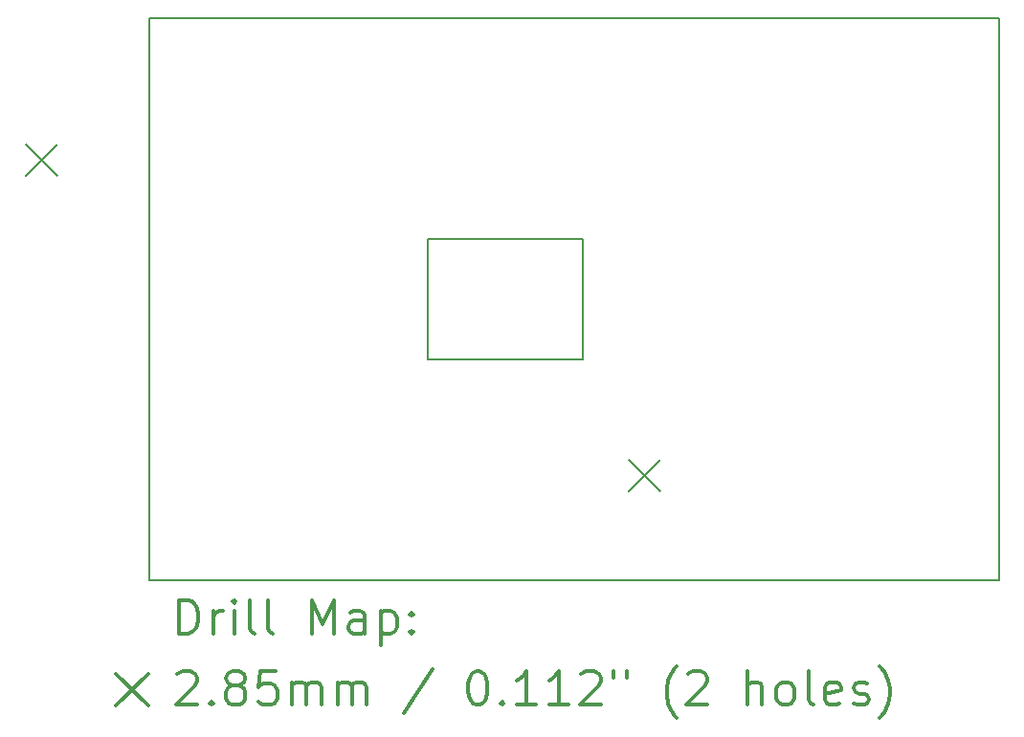
<source format=gbr>
%FSLAX45Y45*%
G04 Gerber Fmt 4.5, Leading zero omitted, Abs format (unit mm)*
G04 Created by KiCad (PCBNEW (after 2015-mar-04 BZR unknown)-product) date 2015年07月10日金曜日 07:55:23*
%MOMM*%
G01*
G04 APERTURE LIST*
%ADD10C,0.127000*%
%ADD11C,0.150000*%
%ADD12C,0.200000*%
%ADD13C,0.300000*%
G04 APERTURE END LIST*
D10*
D11*
X0Y0D02*
X1752600Y0D01*
X0Y4978400D02*
X0Y0D01*
X5283200Y0D02*
X1752600Y0D01*
X7518400Y0D02*
X5283200Y0D01*
X7518400Y50800D02*
X7518400Y0D01*
X7518400Y4978400D02*
X7518400Y50800D01*
X2463800Y3022600D02*
X2463800Y1955800D01*
X3835400Y1955800D02*
X2463800Y1955800D01*
X3835400Y3022600D02*
X3835400Y1955800D01*
X2463800Y3022600D02*
X3835400Y3022600D01*
X5435600Y4978400D02*
X7518400Y4978400D01*
X2946400Y4978400D02*
X5435600Y4978400D01*
X0Y4978400D02*
X2946400Y4978400D01*
D12*
X-1094960Y3863600D02*
X-809960Y3578600D01*
X-809960Y3863600D02*
X-1094960Y3578600D01*
X4239040Y1069600D02*
X4524040Y784600D01*
X4524040Y1069600D02*
X4239040Y784600D01*
D13*
X263929Y-473214D02*
X263929Y-173214D01*
X335357Y-173214D01*
X378214Y-187500D01*
X406786Y-216071D01*
X421071Y-244643D01*
X435357Y-301786D01*
X435357Y-344643D01*
X421071Y-401786D01*
X406786Y-430357D01*
X378214Y-458929D01*
X335357Y-473214D01*
X263929Y-473214D01*
X563929Y-473214D02*
X563929Y-273214D01*
X563929Y-330357D02*
X578214Y-301786D01*
X592500Y-287500D01*
X621071Y-273214D01*
X649643Y-273214D01*
X749643Y-473214D02*
X749643Y-273214D01*
X749643Y-173214D02*
X735357Y-187500D01*
X749643Y-201786D01*
X763928Y-187500D01*
X749643Y-173214D01*
X749643Y-201786D01*
X935357Y-473214D02*
X906786Y-458929D01*
X892500Y-430357D01*
X892500Y-173214D01*
X1092500Y-473214D02*
X1063929Y-458929D01*
X1049643Y-430357D01*
X1049643Y-173214D01*
X1435357Y-473214D02*
X1435357Y-173214D01*
X1535357Y-387500D01*
X1635357Y-173214D01*
X1635357Y-473214D01*
X1906786Y-473214D02*
X1906786Y-316072D01*
X1892500Y-287500D01*
X1863928Y-273214D01*
X1806786Y-273214D01*
X1778214Y-287500D01*
X1906786Y-458929D02*
X1878214Y-473214D01*
X1806786Y-473214D01*
X1778214Y-458929D01*
X1763928Y-430357D01*
X1763928Y-401786D01*
X1778214Y-373214D01*
X1806786Y-358929D01*
X1878214Y-358929D01*
X1906786Y-344643D01*
X2049643Y-273214D02*
X2049643Y-573214D01*
X2049643Y-287500D02*
X2078214Y-273214D01*
X2135357Y-273214D01*
X2163929Y-287500D01*
X2178214Y-301786D01*
X2192500Y-330357D01*
X2192500Y-416071D01*
X2178214Y-444643D01*
X2163929Y-458929D01*
X2135357Y-473214D01*
X2078214Y-473214D01*
X2049643Y-458929D01*
X2321071Y-444643D02*
X2335357Y-458929D01*
X2321071Y-473214D01*
X2306786Y-458929D01*
X2321071Y-444643D01*
X2321071Y-473214D01*
X2321071Y-287500D02*
X2335357Y-301786D01*
X2321071Y-316072D01*
X2306786Y-301786D01*
X2321071Y-287500D01*
X2321071Y-316072D01*
X-292500Y-825000D02*
X-7500Y-1110000D01*
X-7500Y-825000D02*
X-292500Y-1110000D01*
X249643Y-831786D02*
X263929Y-817500D01*
X292500Y-803214D01*
X363928Y-803214D01*
X392500Y-817500D01*
X406786Y-831786D01*
X421071Y-860357D01*
X421071Y-888929D01*
X406786Y-931786D01*
X235357Y-1103214D01*
X421071Y-1103214D01*
X549643Y-1074643D02*
X563929Y-1088929D01*
X549643Y-1103214D01*
X535357Y-1088929D01*
X549643Y-1074643D01*
X549643Y-1103214D01*
X735357Y-931786D02*
X706786Y-917500D01*
X692500Y-903214D01*
X678214Y-874643D01*
X678214Y-860357D01*
X692500Y-831786D01*
X706786Y-817500D01*
X735357Y-803214D01*
X792500Y-803214D01*
X821071Y-817500D01*
X835357Y-831786D01*
X849643Y-860357D01*
X849643Y-874643D01*
X835357Y-903214D01*
X821071Y-917500D01*
X792500Y-931786D01*
X735357Y-931786D01*
X706786Y-946071D01*
X692500Y-960357D01*
X678214Y-988929D01*
X678214Y-1046071D01*
X692500Y-1074643D01*
X706786Y-1088929D01*
X735357Y-1103214D01*
X792500Y-1103214D01*
X821071Y-1088929D01*
X835357Y-1074643D01*
X849643Y-1046071D01*
X849643Y-988929D01*
X835357Y-960357D01*
X821071Y-946071D01*
X792500Y-931786D01*
X1121071Y-803214D02*
X978214Y-803214D01*
X963928Y-946071D01*
X978214Y-931786D01*
X1006786Y-917500D01*
X1078214Y-917500D01*
X1106786Y-931786D01*
X1121071Y-946071D01*
X1135357Y-974643D01*
X1135357Y-1046071D01*
X1121071Y-1074643D01*
X1106786Y-1088929D01*
X1078214Y-1103214D01*
X1006786Y-1103214D01*
X978214Y-1088929D01*
X963928Y-1074643D01*
X1263929Y-1103214D02*
X1263929Y-903214D01*
X1263929Y-931786D02*
X1278214Y-917500D01*
X1306786Y-903214D01*
X1349643Y-903214D01*
X1378214Y-917500D01*
X1392500Y-946071D01*
X1392500Y-1103214D01*
X1392500Y-946071D02*
X1406786Y-917500D01*
X1435357Y-903214D01*
X1478214Y-903214D01*
X1506786Y-917500D01*
X1521071Y-946071D01*
X1521071Y-1103214D01*
X1663928Y-1103214D02*
X1663928Y-903214D01*
X1663928Y-931786D02*
X1678214Y-917500D01*
X1706786Y-903214D01*
X1749643Y-903214D01*
X1778214Y-917500D01*
X1792500Y-946071D01*
X1792500Y-1103214D01*
X1792500Y-946071D02*
X1806786Y-917500D01*
X1835357Y-903214D01*
X1878214Y-903214D01*
X1906786Y-917500D01*
X1921071Y-946071D01*
X1921071Y-1103214D01*
X2506786Y-788929D02*
X2249643Y-1174643D01*
X2892500Y-803214D02*
X2921071Y-803214D01*
X2949643Y-817500D01*
X2963928Y-831786D01*
X2978214Y-860357D01*
X2992500Y-917500D01*
X2992500Y-988929D01*
X2978214Y-1046071D01*
X2963928Y-1074643D01*
X2949643Y-1088929D01*
X2921071Y-1103214D01*
X2892500Y-1103214D01*
X2863928Y-1088929D01*
X2849643Y-1074643D01*
X2835357Y-1046071D01*
X2821071Y-988929D01*
X2821071Y-917500D01*
X2835357Y-860357D01*
X2849643Y-831786D01*
X2863928Y-817500D01*
X2892500Y-803214D01*
X3121071Y-1074643D02*
X3135357Y-1088929D01*
X3121071Y-1103214D01*
X3106786Y-1088929D01*
X3121071Y-1074643D01*
X3121071Y-1103214D01*
X3421071Y-1103214D02*
X3249643Y-1103214D01*
X3335357Y-1103214D02*
X3335357Y-803214D01*
X3306785Y-846071D01*
X3278214Y-874643D01*
X3249643Y-888929D01*
X3706785Y-1103214D02*
X3535357Y-1103214D01*
X3621071Y-1103214D02*
X3621071Y-803214D01*
X3592500Y-846071D01*
X3563928Y-874643D01*
X3535357Y-888929D01*
X3821071Y-831786D02*
X3835357Y-817500D01*
X3863928Y-803214D01*
X3935357Y-803214D01*
X3963928Y-817500D01*
X3978214Y-831786D01*
X3992500Y-860357D01*
X3992500Y-888929D01*
X3978214Y-931786D01*
X3806785Y-1103214D01*
X3992500Y-1103214D01*
X4106786Y-803214D02*
X4106786Y-860357D01*
X4221071Y-803214D02*
X4221071Y-860357D01*
X4663928Y-1217500D02*
X4649643Y-1203214D01*
X4621071Y-1160357D01*
X4606786Y-1131786D01*
X4592500Y-1088929D01*
X4578214Y-1017500D01*
X4578214Y-960357D01*
X4592500Y-888929D01*
X4606786Y-846071D01*
X4621071Y-817500D01*
X4649643Y-774643D01*
X4663928Y-760357D01*
X4763928Y-831786D02*
X4778214Y-817500D01*
X4806786Y-803214D01*
X4878214Y-803214D01*
X4906786Y-817500D01*
X4921071Y-831786D01*
X4935357Y-860357D01*
X4935357Y-888929D01*
X4921071Y-931786D01*
X4749643Y-1103214D01*
X4935357Y-1103214D01*
X5292500Y-1103214D02*
X5292500Y-803214D01*
X5421071Y-1103214D02*
X5421071Y-946071D01*
X5406786Y-917500D01*
X5378214Y-903214D01*
X5335357Y-903214D01*
X5306786Y-917500D01*
X5292500Y-931786D01*
X5606785Y-1103214D02*
X5578214Y-1088929D01*
X5563928Y-1074643D01*
X5549643Y-1046071D01*
X5549643Y-960357D01*
X5563928Y-931786D01*
X5578214Y-917500D01*
X5606785Y-903214D01*
X5649643Y-903214D01*
X5678214Y-917500D01*
X5692500Y-931786D01*
X5706785Y-960357D01*
X5706785Y-1046071D01*
X5692500Y-1074643D01*
X5678214Y-1088929D01*
X5649643Y-1103214D01*
X5606785Y-1103214D01*
X5878214Y-1103214D02*
X5849643Y-1088929D01*
X5835357Y-1060357D01*
X5835357Y-803214D01*
X6106786Y-1088929D02*
X6078214Y-1103214D01*
X6021071Y-1103214D01*
X5992500Y-1088929D01*
X5978214Y-1060357D01*
X5978214Y-946071D01*
X5992500Y-917500D01*
X6021071Y-903214D01*
X6078214Y-903214D01*
X6106786Y-917500D01*
X6121071Y-946071D01*
X6121071Y-974643D01*
X5978214Y-1003214D01*
X6235357Y-1088929D02*
X6263928Y-1103214D01*
X6321071Y-1103214D01*
X6349643Y-1088929D01*
X6363928Y-1060357D01*
X6363928Y-1046071D01*
X6349643Y-1017500D01*
X6321071Y-1003214D01*
X6278214Y-1003214D01*
X6249643Y-988929D01*
X6235357Y-960357D01*
X6235357Y-946071D01*
X6249643Y-917500D01*
X6278214Y-903214D01*
X6321071Y-903214D01*
X6349643Y-917500D01*
X6463928Y-1217500D02*
X6478214Y-1203214D01*
X6506786Y-1160357D01*
X6521071Y-1131786D01*
X6535357Y-1088929D01*
X6549643Y-1017500D01*
X6549643Y-960357D01*
X6535357Y-888929D01*
X6521071Y-846071D01*
X6506786Y-817500D01*
X6478214Y-774643D01*
X6463928Y-760357D01*
M02*

</source>
